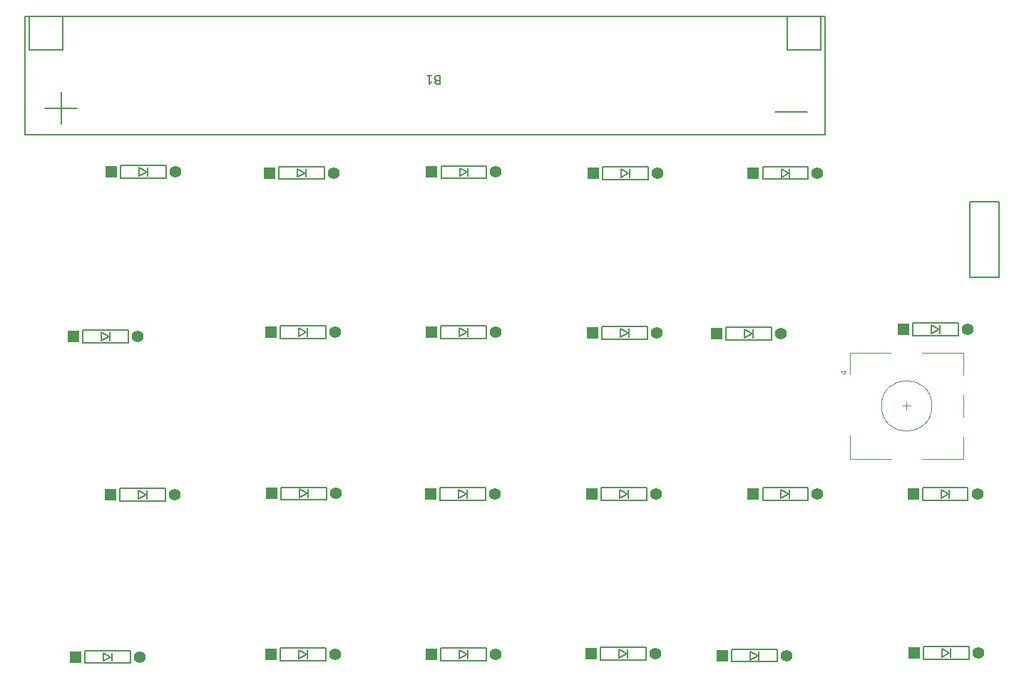
<source format=gbr>
%TF.GenerationSoftware,KiCad,Pcbnew,8.0.7*%
%TF.CreationDate,2025-02-16T08:14:47+09:00*%
%TF.ProjectId,cool642tb_L,636f6f6c-3634-4327-9462-5f4c2e6b6963,rev?*%
%TF.SameCoordinates,Original*%
%TF.FileFunction,Legend,Top*%
%TF.FilePolarity,Positive*%
%FSLAX46Y46*%
G04 Gerber Fmt 4.6, Leading zero omitted, Abs format (unit mm)*
G04 Created by KiCad (PCBNEW 8.0.7) date 2025-02-16 08:14:47*
%MOMM*%
%LPD*%
G01*
G04 APERTURE LIST*
%ADD10C,0.150000*%
%ADD11C,0.120000*%
%ADD12R,1.397000X1.397000*%
%ADD13C,1.397000*%
G04 APERTURE END LIST*
D10*
X39624761Y19521009D02*
X39481904Y19568628D01*
X39481904Y19568628D02*
X39434285Y19616247D01*
X39434285Y19616247D02*
X39386666Y19711485D01*
X39386666Y19711485D02*
X39386666Y19854342D01*
X39386666Y19854342D02*
X39434285Y19949580D01*
X39434285Y19949580D02*
X39481904Y19997200D01*
X39481904Y19997200D02*
X39577142Y20044819D01*
X39577142Y20044819D02*
X39958094Y20044819D01*
X39958094Y20044819D02*
X39958094Y19044819D01*
X39958094Y19044819D02*
X39624761Y19044819D01*
X39624761Y19044819D02*
X39529523Y19092438D01*
X39529523Y19092438D02*
X39481904Y19140057D01*
X39481904Y19140057D02*
X39434285Y19235295D01*
X39434285Y19235295D02*
X39434285Y19330533D01*
X39434285Y19330533D02*
X39481904Y19425771D01*
X39481904Y19425771D02*
X39529523Y19473390D01*
X39529523Y19473390D02*
X39624761Y19521009D01*
X39624761Y19521009D02*
X39958094Y19521009D01*
X38434285Y20044819D02*
X39005713Y20044819D01*
X38719999Y20044819D02*
X38719999Y19044819D01*
X38719999Y19044819D02*
X38815237Y19187676D01*
X38815237Y19187676D02*
X38910475Y19282914D01*
X38910475Y19282914D02*
X39005713Y19330533D01*
X83600839Y15765533D02*
X79791316Y15765533D01*
X-3069160Y16195533D02*
X-6878684Y16195533D01*
X-4973922Y18100295D02*
X-4973922Y14290771D01*
%TO.C,D3*%
X2000000Y-28970000D02*
X2000000Y-30470000D01*
X2000000Y-30470000D02*
X7400000Y-30470000D01*
X4200000Y-29220000D02*
X5100000Y-29720000D01*
X4200000Y-30220000D02*
X4200000Y-29220000D01*
X5100000Y-29720000D02*
X4200000Y-30220000D01*
X5200000Y-30220000D02*
X5200000Y-29220000D01*
X7400000Y-28970000D02*
X2000000Y-28970000D01*
X7400000Y-30470000D02*
X7400000Y-28970000D01*
%TO.C,B1*%
X-4780000Y23090000D02*
X-8780000Y23090000D01*
X-8780000Y27090000D01*
X-4780000Y27090000D01*
X-4780000Y23090000D01*
X85220000Y23090000D02*
X81220000Y23090000D01*
X81220000Y27090000D01*
X85220000Y27090000D01*
X85220000Y23090000D01*
X85720000Y13090000D02*
X-9280000Y13090000D01*
X-9280000Y27090000D01*
X85720000Y27090000D01*
X85720000Y13090000D01*
%TO.C,D13*%
X59280000Y9230000D02*
X59280000Y7730000D01*
X59280000Y7730000D02*
X64680000Y7730000D01*
X61480000Y8980000D02*
X62380000Y8480000D01*
X61480000Y7980000D02*
X61480000Y8980000D01*
X62380000Y8480000D02*
X61480000Y7980000D01*
X62480000Y7980000D02*
X62480000Y8980000D01*
X64680000Y9230000D02*
X59280000Y9230000D01*
X64680000Y7730000D02*
X64680000Y9230000D01*
%TO.C,D10*%
X40110000Y-9670000D02*
X40110000Y-11170000D01*
X40110000Y-11170000D02*
X45510000Y-11170000D01*
X42310000Y-9920000D02*
X43210000Y-10420000D01*
X42310000Y-10920000D02*
X42310000Y-9920000D01*
X43210000Y-10420000D02*
X42310000Y-10920000D01*
X43310000Y-10920000D02*
X43310000Y-9920000D01*
X45510000Y-9670000D02*
X40110000Y-9670000D01*
X45510000Y-11170000D02*
X45510000Y-9670000D01*
%TO.C,D19*%
X78300000Y-28880000D02*
X78300000Y-30380000D01*
X78300000Y-30380000D02*
X83700000Y-30380000D01*
X80500000Y-29130000D02*
X81400000Y-29630000D01*
X80500000Y-30130000D02*
X80500000Y-29130000D01*
X81400000Y-29630000D02*
X80500000Y-30130000D01*
X81500000Y-30130000D02*
X81500000Y-29130000D01*
X83700000Y-28880000D02*
X78300000Y-28880000D01*
X83700000Y-30380000D02*
X83700000Y-28880000D01*
%TO.C,D16*%
X59070000Y-47850000D02*
X59070000Y-49350000D01*
X59070000Y-49350000D02*
X64470000Y-49350000D01*
X61270000Y-48100000D02*
X62170000Y-48600000D01*
X61270000Y-49100000D02*
X61270000Y-48100000D01*
X62170000Y-48600000D02*
X61270000Y-49100000D01*
X62270000Y-49100000D02*
X62270000Y-48100000D01*
X64470000Y-47850000D02*
X59070000Y-47850000D01*
X64470000Y-49350000D02*
X64470000Y-47850000D01*
%TO.C,D7*%
X21100000Y-28820000D02*
X21100000Y-30320000D01*
X21100000Y-30320000D02*
X26500000Y-30320000D01*
X23300000Y-29070000D02*
X24200000Y-29570000D01*
X23300000Y-30070000D02*
X23300000Y-29070000D01*
X24200000Y-29570000D02*
X23300000Y-30070000D01*
X24300000Y-30070000D02*
X24300000Y-29070000D01*
X26500000Y-28820000D02*
X21100000Y-28820000D01*
X26500000Y-30320000D02*
X26500000Y-28820000D01*
%TO.C,D21*%
X96135000Y-9290000D02*
X96135000Y-10790000D01*
X96135000Y-10790000D02*
X101535000Y-10790000D01*
X98335000Y-9540000D02*
X99235000Y-10040000D01*
X98335000Y-10540000D02*
X98335000Y-9540000D01*
X99235000Y-10040000D02*
X98335000Y-10540000D01*
X99335000Y-10540000D02*
X99335000Y-9540000D01*
X101535000Y-9290000D02*
X96135000Y-9290000D01*
X101535000Y-10790000D02*
X101535000Y-9290000D01*
%TO.C,D14*%
X59200000Y-9740000D02*
X59200000Y-11240000D01*
X59200000Y-11240000D02*
X64600000Y-11240000D01*
X61400000Y-9990000D02*
X62300000Y-10490000D01*
X61400000Y-10990000D02*
X61400000Y-9990000D01*
X62300000Y-10490000D02*
X61400000Y-10990000D01*
X62400000Y-10990000D02*
X62400000Y-9990000D01*
X64600000Y-9740000D02*
X59200000Y-9740000D01*
X64600000Y-11240000D02*
X64600000Y-9740000D01*
%TO.C,D18*%
X73965000Y-9800000D02*
X73965000Y-11300000D01*
X73965000Y-11300000D02*
X79365000Y-11300000D01*
X76165000Y-10050000D02*
X77065000Y-10550000D01*
X76165000Y-11050000D02*
X76165000Y-10050000D01*
X77065000Y-10550000D02*
X76165000Y-11050000D01*
X77165000Y-11050000D02*
X77165000Y-10050000D01*
X79365000Y-9800000D02*
X73965000Y-9800000D01*
X79365000Y-11300000D02*
X79365000Y-9800000D01*
%TO.C,D5*%
X20880000Y9270000D02*
X20880000Y7770000D01*
X20880000Y7770000D02*
X26280000Y7770000D01*
X23080000Y9020000D02*
X23980000Y8520000D01*
X23080000Y8020000D02*
X23080000Y9020000D01*
X23980000Y8520000D02*
X23080000Y8020000D01*
X24080000Y8020000D02*
X24080000Y9020000D01*
X26280000Y9270000D02*
X20880000Y9270000D01*
X26280000Y7770000D02*
X26280000Y9270000D01*
%TO.C,D9*%
X40120000Y9360000D02*
X40120000Y7860000D01*
X40120000Y7860000D02*
X45520000Y7860000D01*
X42320000Y9110000D02*
X43220000Y8610000D01*
X42320000Y8110000D02*
X42320000Y9110000D01*
X43220000Y8610000D02*
X42320000Y8110000D01*
X43320000Y8110000D02*
X43320000Y9110000D01*
X45520000Y9360000D02*
X40120000Y9360000D01*
X45520000Y7860000D02*
X45520000Y9360000D01*
%TO.C,D8*%
X21030000Y-47920000D02*
X21030000Y-49420000D01*
X21030000Y-49420000D02*
X26430000Y-49420000D01*
X23230000Y-48170000D02*
X24130000Y-48670000D01*
X23230000Y-49170000D02*
X23230000Y-48170000D01*
X24130000Y-48670000D02*
X23230000Y-49170000D01*
X24230000Y-49170000D02*
X24230000Y-48170000D01*
X26430000Y-47920000D02*
X21030000Y-47920000D01*
X26430000Y-49420000D02*
X26430000Y-47920000D01*
%TO.C,D23*%
X97380000Y-47760000D02*
X97380000Y-49260000D01*
X97380000Y-49260000D02*
X102780000Y-49260000D01*
X99580000Y-48010000D02*
X100480000Y-48510000D01*
X99580000Y-49010000D02*
X99580000Y-48010000D01*
X100480000Y-48510000D02*
X99580000Y-49010000D01*
X100580000Y-49010000D02*
X100580000Y-48010000D01*
X102780000Y-47760000D02*
X97380000Y-47760000D01*
X102780000Y-49260000D02*
X102780000Y-47760000D01*
%TO.C,D11*%
X40010000Y-28900000D02*
X40010000Y-30400000D01*
X40010000Y-30400000D02*
X45410000Y-30400000D01*
X42210000Y-29150000D02*
X43110000Y-29650000D01*
X42210000Y-30150000D02*
X42210000Y-29150000D01*
X43110000Y-29650000D02*
X42210000Y-30150000D01*
X43210000Y-30150000D02*
X43210000Y-29150000D01*
X45410000Y-28900000D02*
X40010000Y-28900000D01*
X45410000Y-30400000D02*
X45410000Y-28900000D01*
D11*
%TO.C,SW21*%
X87600000Y-15060000D02*
X88200000Y-15060000D01*
X87900000Y-15360000D02*
X87600000Y-15060000D01*
X88200000Y-15060000D02*
X87900000Y-15360000D01*
X88700000Y-12860000D02*
X88700000Y-15360000D01*
X88700000Y-25460000D02*
X88700000Y-22660000D01*
X93500000Y-12860000D02*
X88700000Y-12860000D01*
X93600000Y-25460000D02*
X88700000Y-25460000D01*
X94900000Y-19160000D02*
X95900000Y-19160000D01*
X95400000Y-18660000D02*
X95400000Y-19660000D01*
X97200000Y-12860000D02*
X102100000Y-12860000D01*
X102100000Y-12860000D02*
X102100000Y-15460000D01*
X102100000Y-17860000D02*
X102100000Y-20460000D01*
X102100000Y-22860000D02*
X102100000Y-25460000D01*
X102100000Y-25460000D02*
X97200000Y-25460000D01*
X98400000Y-19160000D02*
G75*
G02*
X92400000Y-19160000I-3000000J0D01*
G01*
X92400000Y-19160000D02*
G75*
G02*
X98400000Y-19160000I3000000J0D01*
G01*
D10*
%TO.C,D6*%
X21000000Y-9670000D02*
X21000000Y-11170000D01*
X21000000Y-11170000D02*
X26400000Y-11170000D01*
X23200000Y-9920000D02*
X24100000Y-10420000D01*
X23200000Y-10920000D02*
X23200000Y-9920000D01*
X24100000Y-10420000D02*
X23200000Y-10920000D01*
X24200000Y-10920000D02*
X24200000Y-9920000D01*
X26400000Y-9670000D02*
X21000000Y-9670000D01*
X26400000Y-11170000D02*
X26400000Y-9670000D01*
%TO.C,SW24*%
X102890000Y5104000D02*
X106390000Y5104000D01*
X102890000Y-3896000D02*
X102890000Y5104000D01*
X106390000Y5104000D02*
X106390000Y-3896000D01*
X106390000Y-3896000D02*
X102890000Y-3896000D01*
%TO.C,D15*%
X59150000Y-28870000D02*
X59150000Y-30370000D01*
X59150000Y-30370000D02*
X64550000Y-30370000D01*
X61350000Y-29120000D02*
X62250000Y-29620000D01*
X61350000Y-30120000D02*
X61350000Y-29120000D01*
X62250000Y-29620000D02*
X61350000Y-30120000D01*
X62350000Y-30120000D02*
X62350000Y-29120000D01*
X64550000Y-28870000D02*
X59150000Y-28870000D01*
X64550000Y-30370000D02*
X64550000Y-28870000D01*
%TO.C,D2*%
X-2390000Y-10170000D02*
X-2390000Y-11670000D01*
X-2390000Y-11670000D02*
X3010000Y-11670000D01*
X-190000Y-10420000D02*
X710000Y-10920000D01*
X-190000Y-11420000D02*
X-190000Y-10420000D01*
X710000Y-10920000D02*
X-190000Y-11420000D01*
X810000Y-11420000D02*
X810000Y-10420000D01*
X3010000Y-10170000D02*
X-2390000Y-10170000D01*
X3010000Y-11670000D02*
X3010000Y-10170000D01*
%TO.C,D12*%
X40100000Y-47940000D02*
X40100000Y-49440000D01*
X40100000Y-49440000D02*
X45500000Y-49440000D01*
X42300000Y-48190000D02*
X43200000Y-48690000D01*
X42300000Y-49190000D02*
X42300000Y-48190000D01*
X43200000Y-48690000D02*
X42300000Y-49190000D01*
X43300000Y-49190000D02*
X43300000Y-48190000D01*
X45500000Y-47940000D02*
X40100000Y-47940000D01*
X45500000Y-49440000D02*
X45500000Y-47940000D01*
%TO.C,D4*%
X-2190000Y-48220000D02*
X-2190000Y-49720000D01*
X-2190000Y-49720000D02*
X3210000Y-49720000D01*
X10000Y-48470000D02*
X910000Y-48970000D01*
X10000Y-49470000D02*
X10000Y-48470000D01*
X910000Y-48970000D02*
X10000Y-49470000D01*
X1010000Y-49470000D02*
X1010000Y-48470000D01*
X3210000Y-48220000D02*
X-2190000Y-48220000D01*
X3210000Y-49720000D02*
X3210000Y-48220000D01*
%TO.C,D1*%
X2070000Y9400000D02*
X2070000Y7900000D01*
X2070000Y7900000D02*
X7470000Y7900000D01*
X4270000Y9150000D02*
X5170000Y8650000D01*
X4270000Y8150000D02*
X4270000Y9150000D01*
X5170000Y8650000D02*
X4270000Y8150000D01*
X5270000Y8150000D02*
X5270000Y9150000D01*
X7470000Y9400000D02*
X2070000Y9400000D01*
X7470000Y7900000D02*
X7470000Y9400000D01*
%TO.C,D17*%
X78305000Y9260000D02*
X78305000Y7760000D01*
X78305000Y7760000D02*
X83705000Y7760000D01*
X80505000Y9010000D02*
X81405000Y8510000D01*
X80505000Y8010000D02*
X80505000Y9010000D01*
X81405000Y8510000D02*
X80505000Y8010000D01*
X81505000Y8010000D02*
X81505000Y9010000D01*
X83705000Y9260000D02*
X78305000Y9260000D01*
X83705000Y7760000D02*
X83705000Y9260000D01*
%TO.C,D22*%
X97280000Y-28850000D02*
X97280000Y-30350000D01*
X97280000Y-30350000D02*
X102680000Y-30350000D01*
X99480000Y-29100000D02*
X100380000Y-29600000D01*
X99480000Y-30100000D02*
X99480000Y-29100000D01*
X100380000Y-29600000D02*
X99480000Y-30100000D01*
X100480000Y-30100000D02*
X100480000Y-29100000D01*
X102680000Y-28850000D02*
X97280000Y-28850000D01*
X102680000Y-30350000D02*
X102680000Y-28850000D01*
%TO.C,D20*%
X74650000Y-48060000D02*
X74650000Y-49560000D01*
X74650000Y-49560000D02*
X80050000Y-49560000D01*
X76850000Y-48310000D02*
X77750000Y-48810000D01*
X76850000Y-49310000D02*
X76850000Y-48310000D01*
X77750000Y-48810000D02*
X76850000Y-49310000D01*
X77850000Y-49310000D02*
X77850000Y-48310000D01*
X80050000Y-48060000D02*
X74650000Y-48060000D01*
X80050000Y-49560000D02*
X80050000Y-48060000D01*
%TD*%
D12*
%TO.C,D3*%
X890000Y-29720000D03*
D13*
X8510000Y-29720000D03*
%TD*%
D12*
%TO.C,D13*%
X58170000Y8480000D03*
D13*
X65790000Y8480000D03*
%TD*%
D12*
%TO.C,D10*%
X39000000Y-10420000D03*
D13*
X46620000Y-10420000D03*
%TD*%
D12*
%TO.C,D19*%
X77190000Y-29630000D03*
D13*
X84810000Y-29630000D03*
%TD*%
D12*
%TO.C,D16*%
X57960000Y-48600000D03*
D13*
X65580000Y-48600000D03*
%TD*%
D12*
%TO.C,D7*%
X19990000Y-29570000D03*
D13*
X27610000Y-29570000D03*
%TD*%
D12*
%TO.C,D21*%
X95025000Y-10040000D03*
D13*
X102645000Y-10040000D03*
%TD*%
D12*
%TO.C,D14*%
X58090000Y-10490000D03*
D13*
X65710000Y-10490000D03*
%TD*%
D12*
%TO.C,D18*%
X72855000Y-10550000D03*
D13*
X80475000Y-10550000D03*
%TD*%
D12*
%TO.C,D5*%
X19770000Y8520000D03*
D13*
X27390000Y8520000D03*
%TD*%
D12*
%TO.C,D9*%
X39010000Y8610000D03*
D13*
X46630000Y8610000D03*
%TD*%
D12*
%TO.C,D8*%
X19920000Y-48670000D03*
D13*
X27540000Y-48670000D03*
%TD*%
D12*
%TO.C,D23*%
X96270000Y-48510000D03*
D13*
X103890000Y-48510000D03*
%TD*%
D12*
%TO.C,D11*%
X38900000Y-29650000D03*
D13*
X46520000Y-29650000D03*
%TD*%
D12*
%TO.C,D6*%
X19890000Y-10420000D03*
D13*
X27510000Y-10420000D03*
%TD*%
D12*
%TO.C,D15*%
X58040000Y-29620000D03*
D13*
X65660000Y-29620000D03*
%TD*%
D12*
%TO.C,D2*%
X-3500000Y-10920000D03*
D13*
X4120000Y-10920000D03*
%TD*%
D12*
%TO.C,D12*%
X38990000Y-48690000D03*
D13*
X46610000Y-48690000D03*
%TD*%
D12*
%TO.C,D4*%
X-3300000Y-48970000D03*
D13*
X4320000Y-48970000D03*
%TD*%
D12*
%TO.C,D1*%
X960000Y8650000D03*
D13*
X8580000Y8650000D03*
%TD*%
D12*
%TO.C,D17*%
X77195000Y8510000D03*
D13*
X84815000Y8510000D03*
%TD*%
D12*
%TO.C,D22*%
X96170000Y-29600000D03*
D13*
X103790000Y-29600000D03*
%TD*%
D12*
%TO.C,D20*%
X73540000Y-48810000D03*
D13*
X81160000Y-48810000D03*
%TD*%
M02*

</source>
